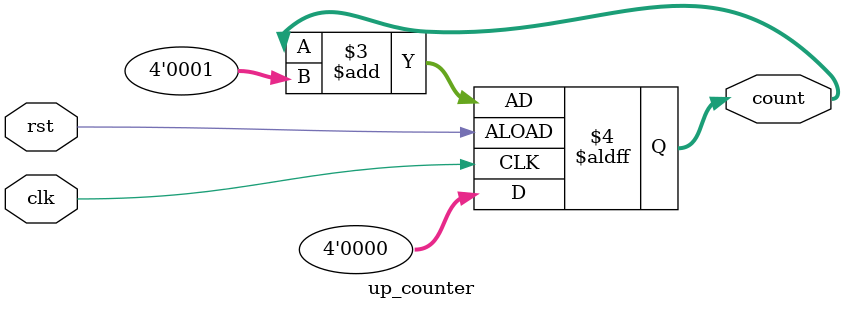
<source format=v>


module up_counter(count,clk,rst);
input clk,rst;
output reg [3:0]count;
always @(posedge clk or negedge rst)
begin 
  if (!rst)
  count<=count+4'b0001;
  else
  count<=4'b0000;
  end
endmodule

</source>
